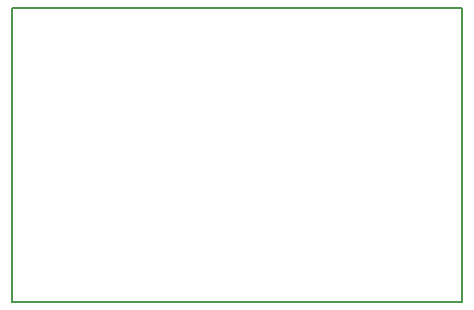
<source format=gbr>
G04 #@! TF.FileFunction,Profile,NP*
%FSLAX46Y46*%
G04 Gerber Fmt 4.6, Leading zero omitted, Abs format (unit mm)*
G04 Created by KiCad (PCBNEW 4.0.7) date Monday, August 20, 2018 'AMt' 09:41:37 AM*
%MOMM*%
%LPD*%
G01*
G04 APERTURE LIST*
%ADD10C,0.100000*%
%ADD11C,0.150000*%
G04 APERTURE END LIST*
D10*
D11*
X136652000Y-99822000D02*
X174752000Y-99822000D01*
X136652000Y-74930000D02*
X174752000Y-74930000D01*
X136652000Y-99822000D02*
X136652000Y-74930000D01*
X174752000Y-74930000D02*
X174752000Y-99822000D01*
M02*

</source>
